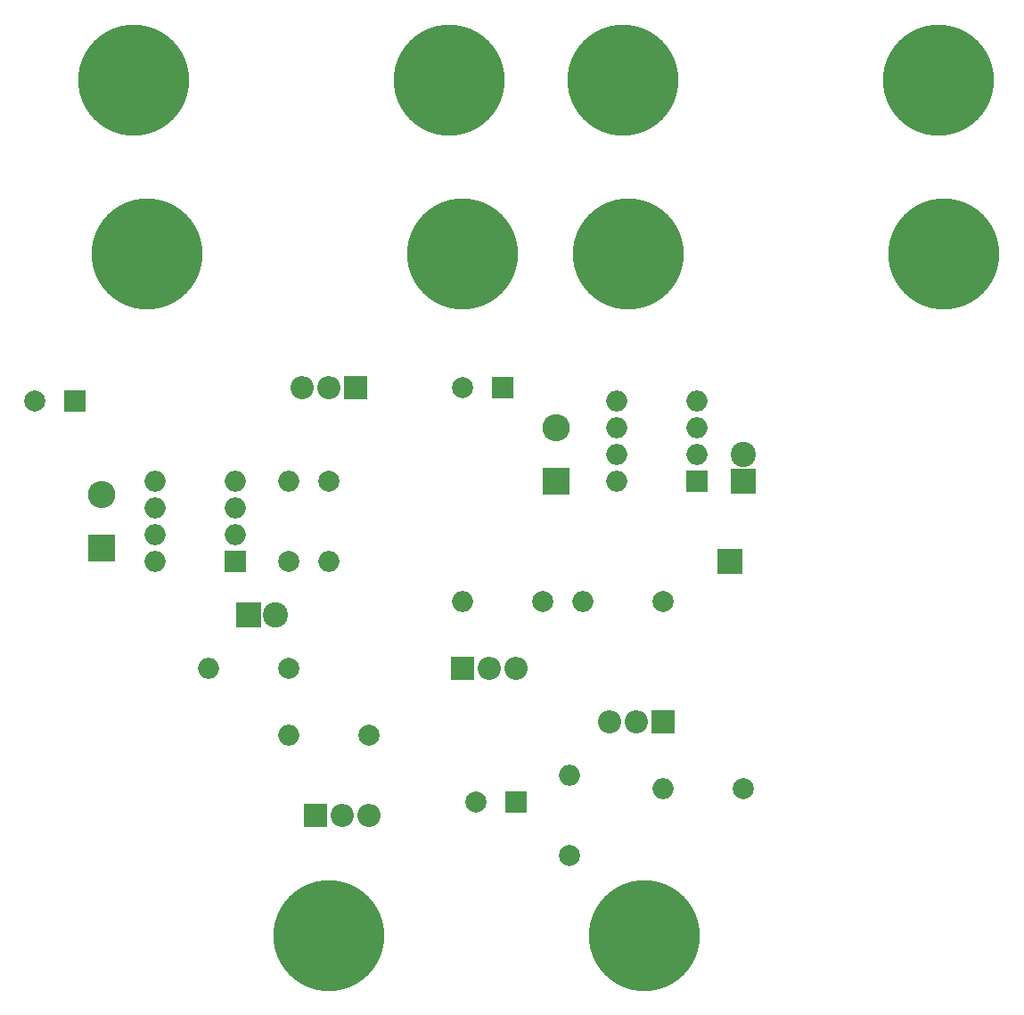
<source format=gbr>
G04 #@! TF.FileFunction,Soldermask,Bot*
%FSLAX46Y46*%
G04 Gerber Fmt 4.6, Leading zero omitted, Abs format (unit mm)*
G04 Created by KiCad (PCBNEW 4.0.6) date 06/24/19 22:23:21*
%MOMM*%
%LPD*%
G01*
G04 APERTURE LIST*
%ADD10C,0.100000*%
%ADD11C,10.560000*%
%ADD12R,2.000000X2.000000*%
%ADD13C,2.000000*%
%ADD14R,2.600000X2.600000*%
%ADD15O,2.600000X2.600000*%
%ADD16O,2.000000X2.000000*%
%ADD17R,2.200000X2.200000*%
%ADD18O,2.200000X2.200000*%
%ADD19R,2.400000X2.400000*%
%ADD20C,2.400000*%
G04 APERTURE END LIST*
D10*
D11*
X110490000Y-40640000D03*
X140460000Y-40640000D03*
X93980000Y-40640000D03*
X64010000Y-40640000D03*
D12*
X58420000Y-71120000D03*
D13*
X54620000Y-71120000D03*
D12*
X99060000Y-69850000D03*
D13*
X95260000Y-69850000D03*
D12*
X100330000Y-109220000D03*
D13*
X96530000Y-109220000D03*
D14*
X60960000Y-85090000D03*
D15*
X60960000Y-80010000D03*
D14*
X104140000Y-78740000D03*
D15*
X104140000Y-73660000D03*
D11*
X82550000Y-121920000D03*
X112520000Y-121920000D03*
X95250000Y-57150000D03*
X65280000Y-57150000D03*
D13*
X78740000Y-96520000D03*
D16*
X71120000Y-96520000D03*
D13*
X78740000Y-86360000D03*
D16*
X78740000Y-78740000D03*
D13*
X102870000Y-90170000D03*
D16*
X95250000Y-90170000D03*
D13*
X121920000Y-107950000D03*
D16*
X114300000Y-107950000D03*
D11*
X140970000Y-57150000D03*
X111000000Y-57150000D03*
D13*
X86360000Y-102870000D03*
D16*
X78740000Y-102870000D03*
D13*
X82550000Y-78740000D03*
D16*
X82550000Y-86360000D03*
D13*
X114300000Y-90170000D03*
D16*
X106680000Y-90170000D03*
D13*
X105410000Y-114300000D03*
D16*
X105410000Y-106680000D03*
D12*
X73660000Y-86360000D03*
D16*
X66040000Y-78740000D03*
X73660000Y-83820000D03*
X66040000Y-81280000D03*
X73660000Y-81280000D03*
X66040000Y-83820000D03*
X73660000Y-78740000D03*
X66040000Y-86360000D03*
D12*
X117475000Y-78740000D03*
D16*
X109855000Y-71120000D03*
X117475000Y-76200000D03*
X109855000Y-73660000D03*
X117475000Y-73660000D03*
X109855000Y-76200000D03*
X117475000Y-71120000D03*
X109855000Y-78740000D03*
D17*
X81280000Y-110490000D03*
D18*
X83820000Y-110490000D03*
X86360000Y-110490000D03*
D17*
X85090000Y-69850000D03*
D18*
X82550000Y-69850000D03*
X80010000Y-69850000D03*
D17*
X95250000Y-96520000D03*
D18*
X97790000Y-96520000D03*
X100330000Y-96520000D03*
D17*
X114300000Y-101600000D03*
D18*
X111760000Y-101600000D03*
X109220000Y-101600000D03*
D19*
X74930000Y-91440000D03*
D20*
X77470000Y-91440000D03*
D19*
X120650000Y-86360000D03*
X121920000Y-78740000D03*
D20*
X121920000Y-76200000D03*
M02*

</source>
